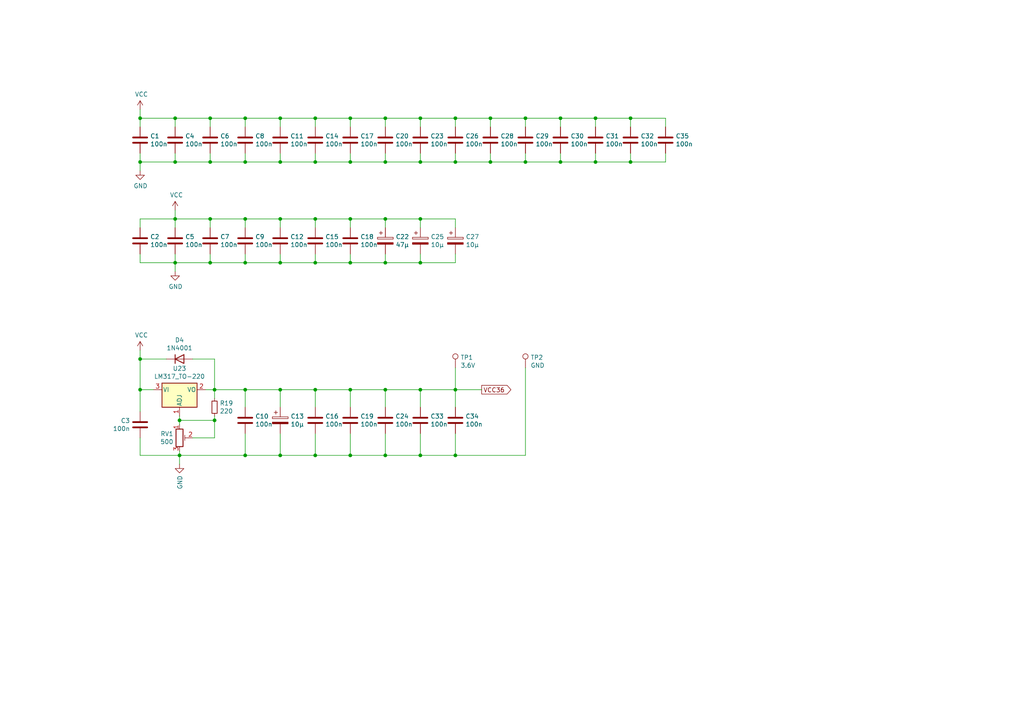
<source format=kicad_sch>
(kicad_sch (version 20230121) (generator eeschema)
  (paper "A4")
  (title_block (title "Mini8086 VGA board") (rev "1.1"))
  (lib_symbols
    (symbol "Connector:TestPoint" (pin_numbers hide) (pin_names (offset 0.762) hide)
      (property "Reference" "TP" (at 0 6.858 0))
      (property "Value" "TestPoint" (at 0 5.08 0))
      (symbol "TestPoint_0_1"
        (circle (center 0 3.302) (radius 0.762))
      )
      (symbol "TestPoint_1_1"
        (pin passive line (at 0 0 90) (length 2.54) (name "1") (number "1"))
      )
    )
    (symbol "Device:C" (pin_numbers hide) (pin_names (offset 0.254))
      (property "Reference" "C" (at 0.635 2.54 0))
      (property "Value" "C" (at 0.635 -2.54 0))
      (symbol "C_0_1"
        (polyline (pts (xy -2.032 -0.762) (xy 2.032 -0.762)) (stroke (width 0.508)))
        (polyline (pts (xy -2.032 0.762) (xy 2.032 0.762)) (stroke (width 0.508)))
      )
      (symbol "C_1_1"
        (pin passive line (at 0 3.81 270) (length 2.794) (name "~") (number "1"))
        (pin passive line (at 0 -3.81 90) (length 2.794) (name "~") (number "2"))
      )
    )
    (symbol "Device:R_Small" (pin_numbers hide) (pin_names (offset 0.254) hide)
      (property "Reference" "R" (at 0.762 0.508 0))
      (property "Value" "R_Small" (at 0.762 -1.016 0))
      (symbol "R_Small_0_1"
        (rectangle (start -0.762 1.778) (end 0.762 -1.778) (stroke (width 0.2032)))
      )
      (symbol "R_Small_1_1"
        (pin passive line (at 0 2.54 270) (length 0.762) (name "~") (number "1"))
        (pin passive line (at 0 -2.54 90) (length 0.762) (name "~") (number "2"))
      )
    )
    (symbol "Diode:1N4001" (pin_numbers hide) (pin_names hide)
      (property "Reference" "D" (at 0 2.54 0))
      (property "Value" "1N4001" (at 0 -2.54 0))
      (symbol "1N4001_0_1"
        (polyline (pts (xy -1.27 1.27) (xy -1.27 -1.27)) (stroke (width 0.254)))
        (polyline (pts (xy 1.27 0) (xy -1.27 0)))
        (polyline (pts (xy 1.27 1.27) (xy 1.27 -1.27) (xy -1.27 0) (xy 1.27 1.27)) (stroke (width 0.254)))
      )
      (symbol "1N4001_1_1"
        (pin passive line (at -3.81 0 0) (length 2.54) (name "K") (number "1"))
        (pin passive line (at 3.81 0 180) (length 2.54) (name "A") (number "2"))
      )
    )
    (symbol "Regulator_Linear:LM317_TO-220" (pin_names (offset 0.254))
      (property "Reference" "U" (at -3.81 3.175 0))
      (property "Value" "LM317_TO-220" (at 0 3.175 0))
      (symbol "LM317_TO-220_0_1"
        (rectangle (start -5.08 1.905) (end 5.08 -5.08) (stroke (width 0.254)) (fill (type background)))
      )
      (symbol "LM317_TO-220_1_1"
        (pin input line (at 0 -7.62 90) (length 2.54) (name "ADJ") (number "1"))
        (pin power_out line (at 7.62 0 180) (length 2.54) (name "VO") (number "2"))
        (pin power_in line (at -7.62 0 0) (length 2.54) (name "VI") (number "3"))
      )
    )
    (symbol "power:GND" (power) (pin_names (offset 0))
      (property "Value" "GND" (at 0 -3.81 0))
      (symbol "GND_0_1"
        (polyline (pts (xy 0 0) (xy 0 -1.27) (xy 1.27 -1.27) (xy 0 -2.54) (xy -1.27 -1.27) (xy 0 -1.27)))
      )
      (symbol "GND_1_1"
        (pin power_in line (at 0 0 270) (length 0) hide (name "GND") (number "1"))
      )
    )
    (symbol "power:VCC" (power) (pin_names (offset 0))
      (property "Value" "VCC" (at 0 3.81 0))
      (symbol "VCC_0_1"
        (polyline (pts (xy -0.762 1.27) (xy 0 2.54)))
        (polyline (pts (xy 0 0) (xy 0 2.54)))
        (polyline (pts (xy 0 2.54) (xy 0.762 1.27)))
      )
      (symbol "VCC_1_1"
        (pin power_in line (at 0 0 90) (length 0) hide (name "VCC") (number "1"))
      )
    )
    (symbol "vga-rescue:CP-Device" (pin_numbers hide) (pin_names (offset 0.254))
      (property "Reference" "C" (at 0.635 2.54 0))
      (property "Value" "Device_CP" (at 0.635 -2.54 0))
      (symbol "CP-Device_0_1"
        (rectangle (start -2.286 0.508) (end 2.286 1.016))
        (polyline (pts (xy -1.778 2.286) (xy -0.762 2.286)))
        (polyline (pts (xy -1.27 2.794) (xy -1.27 1.778)))
        (rectangle (start 2.286 -0.508) (end -2.286 -1.016) (fill (type outline)))
      )
      (symbol "CP-Device_1_1"
        (pin passive line (at 0 3.81 270) (length 2.794) (name "~") (number "1"))
        (pin passive line (at 0 -3.81 90) (length 2.794) (name "~") (number "2"))
      )
    )
    (symbol "vga-rescue:R_POT_TRIM-Device" (pin_names (offset 1.016) hide)
      (property "Reference" "RV" (at -4.445 0 90))
      (property "Value" "Device_R_POT_TRIM" (at -2.54 0 90))
      (symbol "R_POT_TRIM-Device_0_1"
        (polyline (pts (xy 1.524 0.762) (xy 1.524 -0.762)))
        (polyline (pts (xy 2.54 0) (xy 1.524 0)))
        (rectangle (start 1.016 2.54) (end -1.016 -2.54) (stroke (width 0.254)))
      )
      (symbol "R_POT_TRIM-Device_1_1"
        (pin passive line (at 0 3.81 270) (length 1.27) (name "1") (number "1"))
        (pin passive line (at 3.81 0 180) (length 1.27) (name "2") (number "2"))
        (pin passive line (at 0 -3.81 90) (length 1.27) (name "3") (number "3"))
      )
    )
  )
  (junction (at 111.76 132.08))
  (junction (at 71.12 34.29))
  (junction (at 101.6 132.08))
  (junction (at 121.92 46.99))
  (junction (at 101.6 63.5))
  (junction (at 172.72 34.29))
  (junction (at 60.96 76.2))
  (junction (at 111.76 76.2))
  (junction (at 40.64 34.29))
  (junction (at 111.76 113.03))
  (junction (at 81.28 46.99))
  (junction (at 142.24 34.29))
  (junction (at 142.24 46.99))
  (junction (at 71.12 76.2))
  (junction (at 101.6 46.99))
  (junction (at 162.56 34.29))
  (junction (at 81.28 132.08))
  (junction (at 172.72 46.99))
  (junction (at 81.28 76.2))
  (junction (at 62.23 121.92))
  (junction (at 81.28 113.03))
  (junction (at 50.8 63.5))
  (junction (at 152.4 46.99))
  (junction (at 81.28 34.29))
  (junction (at 91.44 63.5))
  (junction (at 152.4 34.29))
  (junction (at 50.8 76.2))
  (junction (at 60.96 63.5))
  (junction (at 121.92 63.5))
  (junction (at 182.88 34.29))
  (junction (at 101.6 113.03))
  (junction (at 71.12 132.08))
  (junction (at 91.44 76.2))
  (junction (at 40.64 104.14))
  (junction (at 121.92 34.29))
  (junction (at 50.8 46.99))
  (junction (at 121.92 132.08))
  (junction (at 132.08 113.03))
  (junction (at 132.08 34.29))
  (junction (at 132.08 132.08))
  (junction (at 182.88 46.99))
  (junction (at 40.64 113.03))
  (junction (at 81.28 63.5))
  (junction (at 40.64 46.99))
  (junction (at 71.12 113.03))
  (junction (at 60.96 34.29))
  (junction (at 101.6 34.29))
  (junction (at 71.12 63.5))
  (junction (at 111.76 63.5))
  (junction (at 91.44 113.03))
  (junction (at 132.08 46.99))
  (junction (at 162.56 46.99))
  (junction (at 52.07 132.08))
  (junction (at 62.23 113.03))
  (junction (at 52.07 121.92))
  (junction (at 111.76 34.29))
  (junction (at 60.96 46.99))
  (junction (at 91.44 34.29))
  (junction (at 101.6 76.2))
  (junction (at 111.76 46.99))
  (junction (at 121.92 76.2))
  (junction (at 71.12 46.99))
  (junction (at 50.8 34.29))
  (junction (at 91.44 132.08))
  (junction (at 91.44 46.99))
  (junction (at 121.92 113.03))
  (wire (pts (xy 121.92 125.73) (xy 121.92 132.08)))
  (wire (pts (xy 81.28 46.99) (xy 71.12 46.99)))
  (wire (pts (xy 101.6 66.04) (xy 101.6 63.5)))
  (wire (pts (xy 44.45 113.03) (xy 40.64 113.03)))
  (wire (pts (xy 91.44 36.83) (xy 91.44 34.29)))
  (wire (pts (xy 50.8 34.29) (xy 40.64 34.29)))
  (wire (pts (xy 50.8 36.83) (xy 50.8 34.29)))
  (wire (pts (xy 81.28 132.08) (xy 91.44 132.08)))
  (wire (pts (xy 111.76 125.73) (xy 111.76 132.08)))
  (wire (pts (xy 111.76 34.29) (xy 101.6 34.29)))
  (wire (pts (xy 81.28 66.04) (xy 81.28 63.5)))
  (wire (pts (xy 40.64 76.2) (xy 40.64 73.66)))
  (wire (pts (xy 60.96 36.83) (xy 60.96 34.29)))
  (wire (pts (xy 101.6 73.66) (xy 101.6 76.2)))
  (wire (pts (xy 50.8 76.2) (xy 50.8 73.66)))
  (wire (pts (xy 132.08 63.5) (xy 121.92 63.5)))
  (wire (pts (xy 101.6 113.03) (xy 111.76 113.03)))
  (wire (pts (xy 60.96 76.2) (xy 50.8 76.2)))
  (wire (pts (xy 60.96 44.45) (xy 60.96 46.99)))
  (wire (pts (xy 132.08 76.2) (xy 121.92 76.2)))
  (wire (pts (xy 152.4 44.45) (xy 152.4 46.99)))
  (wire (pts (xy 152.4 132.08) (xy 152.4 106.68)))
  (wire (pts (xy 172.72 36.83) (xy 172.72 34.29)))
  (wire (pts (xy 55.88 127) (xy 62.23 127)))
  (wire (pts (xy 71.12 113.03) (xy 81.28 113.03)))
  (wire (pts (xy 111.76 118.11) (xy 111.76 113.03)))
  (wire (pts (xy 40.64 119.38) (xy 40.64 113.03)))
  (wire (pts (xy 162.56 36.83) (xy 162.56 34.29)))
  (wire (pts (xy 91.44 132.08) (xy 91.44 125.73)))
  (wire (pts (xy 60.96 63.5) (xy 71.12 63.5)))
  (wire (pts (xy 71.12 118.11) (xy 71.12 113.03)))
  (wire (pts (xy 81.28 76.2) (xy 71.12 76.2)))
  (wire (pts (xy 172.72 46.99) (xy 162.56 46.99)))
  (wire (pts (xy 40.64 66.04) (xy 40.64 63.5)))
  (wire (pts (xy 101.6 44.45) (xy 101.6 46.99)))
  (wire (pts (xy 81.28 73.66) (xy 81.28 76.2)))
  (wire (pts (xy 142.24 36.83) (xy 142.24 34.29)))
  (wire (pts (xy 91.44 44.45) (xy 91.44 46.99)))
  (wire (pts (xy 81.28 44.45) (xy 81.28 46.99)))
  (wire (pts (xy 40.64 44.45) (xy 40.64 46.99)))
  (wire (pts (xy 111.76 63.5) (xy 101.6 63.5)))
  (wire (pts (xy 121.92 63.5) (xy 111.76 63.5)))
  (wire (pts (xy 101.6 132.08) (xy 101.6 125.73)))
  (wire (pts (xy 132.08 66.04) (xy 132.08 63.5)))
  (wire (pts (xy 40.64 104.14) (xy 40.64 101.6)))
  (wire (pts (xy 50.8 63.5) (xy 60.96 63.5)))
  (wire (pts (xy 81.28 34.29) (xy 71.12 34.29)))
  (wire (pts (xy 91.44 76.2) (xy 81.28 76.2)))
  (wire (pts (xy 182.88 34.29) (xy 172.72 34.29)))
  (wire (pts (xy 182.88 46.99) (xy 172.72 46.99)))
  (wire (pts (xy 111.76 76.2) (xy 101.6 76.2)))
  (wire (pts (xy 101.6 34.29) (xy 91.44 34.29)))
  (wire (pts (xy 121.92 118.11) (xy 121.92 113.03)))
  (wire (pts (xy 101.6 46.99) (xy 91.44 46.99)))
  (wire (pts (xy 50.8 63.5) (xy 50.8 66.04)))
  (wire (pts (xy 91.44 113.03) (xy 101.6 113.03)))
  (wire (pts (xy 50.8 44.45) (xy 50.8 46.99)))
  (wire (pts (xy 50.8 46.99) (xy 40.64 46.99)))
  (wire (pts (xy 71.12 73.66) (xy 71.12 76.2)))
  (wire (pts (xy 71.12 132.08) (xy 81.28 132.08)))
  (wire (pts (xy 132.08 36.83) (xy 132.08 34.29)))
  (wire (pts (xy 71.12 76.2) (xy 60.96 76.2)))
  (wire (pts (xy 182.88 44.45) (xy 182.88 46.99)))
  (wire (pts (xy 132.08 132.08) (xy 132.08 125.73)))
  (wire (pts (xy 121.92 36.83) (xy 121.92 34.29)))
  (wire (pts (xy 40.64 63.5) (xy 50.8 63.5)))
  (wire (pts (xy 81.28 113.03) (xy 81.28 118.11)))
  (wire (pts (xy 60.96 34.29) (xy 50.8 34.29)))
  (wire (pts (xy 52.07 121.92) (xy 52.07 120.65)))
  (wire (pts (xy 81.28 113.03) (xy 91.44 113.03)))
  (wire (pts (xy 81.28 63.5) (xy 91.44 63.5)))
  (wire (pts (xy 142.24 34.29) (xy 132.08 34.29)))
  (wire (pts (xy 132.08 46.99) (xy 121.92 46.99)))
  (wire (pts (xy 132.08 113.03) (xy 132.08 106.68)))
  (wire (pts (xy 62.23 113.03) (xy 59.69 113.03)))
  (wire (pts (xy 50.8 63.5) (xy 50.8 60.96)))
  (wire (pts (xy 121.92 34.29) (xy 111.76 34.29)))
  (wire (pts (xy 132.08 118.11) (xy 132.08 113.03)))
  (wire (pts (xy 121.92 44.45) (xy 121.92 46.99)))
  (wire (pts (xy 132.08 34.29) (xy 121.92 34.29)))
  (wire (pts (xy 71.12 66.04) (xy 71.12 63.5)))
  (wire (pts (xy 152.4 36.83) (xy 152.4 34.29)))
  (wire (pts (xy 111.76 46.99) (xy 101.6 46.99)))
  (wire (pts (xy 132.08 44.45) (xy 132.08 46.99)))
  (wire (pts (xy 121.92 73.66) (xy 121.92 76.2)))
  (wire (pts (xy 132.08 113.03) (xy 139.7 113.03)))
  (wire (pts (xy 40.64 132.08) (xy 40.64 127)))
  (wire (pts (xy 111.76 44.45) (xy 111.76 46.99)))
  (wire (pts (xy 71.12 46.99) (xy 60.96 46.99)))
  (wire (pts (xy 81.28 132.08) (xy 81.28 125.73)))
  (wire (pts (xy 52.07 123.19) (xy 52.07 121.92)))
  (wire (pts (xy 162.56 46.99) (xy 152.4 46.99)))
  (wire (pts (xy 162.56 34.29) (xy 152.4 34.29)))
  (wire (pts (xy 91.44 46.99) (xy 81.28 46.99)))
  (wire (pts (xy 50.8 76.2) (xy 50.8 78.74)))
  (wire (pts (xy 91.44 63.5) (xy 91.44 66.04)))
  (wire (pts (xy 182.88 36.83) (xy 182.88 34.29)))
  (wire (pts (xy 48.26 104.14) (xy 40.64 104.14)))
  (wire (pts (xy 50.8 76.2) (xy 40.64 76.2)))
  (wire (pts (xy 91.44 118.11) (xy 91.44 113.03)))
  (wire (pts (xy 40.64 46.99) (xy 40.64 49.53)))
  (wire (pts (xy 40.64 31.75) (xy 40.64 34.29)))
  (wire (pts (xy 142.24 44.45) (xy 142.24 46.99)))
  (wire (pts (xy 52.07 134.62) (xy 52.07 132.08)))
  (wire (pts (xy 101.6 132.08) (xy 111.76 132.08)))
  (wire (pts (xy 62.23 115.57) (xy 62.23 113.03)))
  (wire (pts (xy 62.23 104.14) (xy 55.88 104.14)))
  (wire (pts (xy 71.12 36.83) (xy 71.12 34.29)))
  (wire (pts (xy 121.92 46.99) (xy 111.76 46.99)))
  (wire (pts (xy 71.12 63.5) (xy 81.28 63.5)))
  (wire (pts (xy 40.64 34.29) (xy 40.64 36.83)))
  (wire (pts (xy 101.6 34.29) (xy 101.6 36.83)))
  (wire (pts (xy 52.07 132.08) (xy 52.07 130.81)))
  (wire (pts (xy 101.6 118.11) (xy 101.6 113.03)))
  (wire (pts (xy 91.44 34.29) (xy 81.28 34.29)))
  (wire (pts (xy 62.23 113.03) (xy 71.12 113.03)))
  (wire (pts (xy 60.96 66.04) (xy 60.96 63.5)))
  (wire (pts (xy 52.07 132.08) (xy 40.64 132.08)))
  (wire (pts (xy 111.76 66.04) (xy 111.76 63.5)))
  (wire (pts (xy 172.72 34.29) (xy 162.56 34.29)))
  (wire (pts (xy 142.24 46.99) (xy 132.08 46.99)))
  (wire (pts (xy 101.6 76.2) (xy 91.44 76.2)))
  (wire (pts (xy 193.04 34.29) (xy 182.88 34.29)))
  (wire (pts (xy 121.92 132.08) (xy 132.08 132.08)))
  (wire (pts (xy 111.76 113.03) (xy 121.92 113.03)))
  (wire (pts (xy 101.6 63.5) (xy 91.44 63.5)))
  (wire (pts (xy 71.12 132.08) (xy 71.12 125.73)))
  (wire (pts (xy 111.76 73.66) (xy 111.76 76.2)))
  (wire (pts (xy 111.76 132.08) (xy 121.92 132.08)))
  (wire (pts (xy 152.4 34.29) (xy 142.24 34.29)))
  (wire (pts (xy 62.23 127) (xy 62.23 121.92)))
  (wire (pts (xy 71.12 44.45) (xy 71.12 46.99)))
  (wire (pts (xy 52.07 132.08) (xy 71.12 132.08)))
  (wire (pts (xy 121.92 76.2) (xy 111.76 76.2)))
  (wire (pts (xy 60.96 73.66) (xy 60.96 76.2)))
  (wire (pts (xy 60.96 46.99) (xy 50.8 46.99)))
  (wire (pts (xy 71.12 34.29) (xy 60.96 34.29)))
  (wire (pts (xy 193.04 46.99) (xy 182.88 46.99)))
  (wire (pts (xy 91.44 132.08) (xy 101.6 132.08)))
  (wire (pts (xy 40.64 113.03) (xy 40.64 104.14)))
  (wire (pts (xy 81.28 36.83) (xy 81.28 34.29)))
  (wire (pts (xy 162.56 44.45) (xy 162.56 46.99)))
  (wire (pts (xy 172.72 44.45) (xy 172.72 46.99)))
  (wire (pts (xy 193.04 44.45) (xy 193.04 46.99)))
  (wire (pts (xy 52.07 121.92) (xy 62.23 121.92)))
  (wire (pts (xy 62.23 113.03) (xy 62.23 104.14)))
  (wire (pts (xy 132.08 73.66) (xy 132.08 76.2)))
  (wire (pts (xy 111.76 36.83) (xy 111.76 34.29)))
  (wire (pts (xy 121.92 66.04) (xy 121.92 63.5)))
  (wire (pts (xy 152.4 46.99) (xy 142.24 46.99)))
  (wire (pts (xy 193.04 36.83) (xy 193.04 34.29)))
  (wire (pts (xy 121.92 113.03) (xy 132.08 113.03)))
  (wire (pts (xy 132.08 132.08) (xy 152.4 132.08)))
  (wire (pts (xy 91.44 73.66) (xy 91.44 76.2)))
  (wire (pts (xy 62.23 121.92) (xy 62.23 120.65)))
  (global_label "VCC36" (shape output) (at 139.7 113.03 0) (property "Intersheetrefs" "${INTERSHEET_REFS}" (effects hide)))
  (symbol (lib_id "Connector:TestPoint") (at 132.08 106.68 0) (unit 1)
    (property "Reference" "TP1" (at 133.5532 103.6828 0) (effects (justify left)))
    (property "Value" "3.6V" (at 133.5532 105.9942 0) (effects (justify left)))
    (property "Footprint" "TestPoint:TestPoint_Pad_D1.5mm" (effects hide))
  )
  (symbol (lib_id "Device:C") (at 121.92 121.92 0) (unit 1)
    (property "Reference" "C33" (at 124.841 120.7516 0) (effects (justify left)))
    (property "Value" "100n" (at 124.841 123.063 0) (effects (justify left)))
    (property "Footprint" "Capacitor_SMD:C_1206_3216Metric" (effects hide))
    (instances (project "vga" (path "" (reference "C33") (unit 1)) (path "" (reference "C?") (unit 1))))
  )
  (symbol (lib_id "Device:C") (at 132.08 121.92 0) (unit 1)
    (property "Reference" "C34" (at 135.001 120.7516 0) (effects (justify left)))
    (property "Value" "100n" (at 135.001 123.063 0) (effects (justify left)))
    (property "Footprint" "Capacitor_SMD:C_1206_3216Metric" (effects hide))
    (instances (project "vga" (path "" (reference "C34") (unit 1)) (path "" (reference "C?") (unit 1))))
  )
  (symbol (lib_id "Device:C") (at 40.64 40.64 0) (unit 1)
    (property "Reference" "C1" (at 43.561 39.4716 0) (effects (justify left)))
    (property "Value" "100n" (at 43.561 41.783 0) (effects (justify left)))
    (property "Footprint" "Capacitor_THT:C_Disc_D4.3mm_W1.9mm_P5.00mm" (effects hide))
    (instances (project "vga" (path "" (reference "C1") (unit 1)) (path "" (reference "C?") (unit 1))))
  )
  (symbol (lib_id "Device:C") (at 50.8 40.64 0) (unit 1)
    (property "Reference" "C4" (at 53.721 39.4716 0) (effects (justify left)))
    (property "Value" "100n" (at 53.721 41.783 0) (effects (justify left)))
    (property "Footprint" "Capacitor_THT:C_Disc_D4.3mm_W1.9mm_P5.00mm" (effects hide))
    (instances (project "vga" (path "" (reference "C4") (unit 1)) (path "" (reference "C?") (unit 1))))
  )
  (symbol (lib_id "Device:C") (at 60.96 40.64 0) (unit 1)
    (property "Reference" "C6" (at 63.881 39.4716 0) (effects (justify left)))
    (property "Value" "100n" (at 63.881 41.783 0) (effects (justify left)))
    (property "Footprint" "Capacitor_THT:C_Disc_D4.3mm_W1.9mm_P5.00mm" (effects hide))
    (instances (project "vga" (path "" (reference "C6") (unit 1)) (path "" (reference "C?") (unit 1))))
  )
  (symbol (lib_id "Device:C") (at 71.12 40.64 0) (unit 1)
    (property "Reference" "C8" (at 74.041 39.4716 0) (effects (justify left)))
    (property "Value" "100n" (at 74.041 41.783 0) (effects (justify left)))
    (property "Footprint" "Capacitor_THT:C_Disc_D4.3mm_W1.9mm_P5.00mm" (effects hide))
    (instances (project "vga" (path "" (reference "C8") (unit 1)) (path "" (reference "C?") (unit 1))))
  )
  (symbol (lib_id "Device:C") (at 81.28 40.64 0) (unit 1)
    (property "Reference" "C11" (at 84.201 39.4716 0) (effects (justify left)))
    (property "Value" "100n" (at 84.201 41.783 0) (effects (justify left)))
    (property "Footprint" "Capacitor_THT:C_Disc_D4.3mm_W1.9mm_P5.00mm" (effects hide))
    (instances (project "vga" (path "" (reference "C11") (unit 1)) (path "" (reference "C?") (unit 1))))
  )
  (symbol (lib_id "Device:C") (at 91.44 40.64 0) (unit 1)
    (property "Reference" "C14" (at 94.361 39.4716 0) (effects (justify left)))
    (property "Value" "100n" (at 94.361 41.783 0) (effects (justify left)))
    (property "Footprint" "Capacitor_THT:C_Disc_D4.3mm_W1.9mm_P5.00mm" (effects hide))
    (instances (project "vga" (path "" (reference "C14") (unit 1)) (path "" (reference "C?") (unit 1))))
  )
  (symbol (lib_id "Device:C") (at 101.6 40.64 0) (unit 1)
    (property "Reference" "C17" (at 104.521 39.4716 0) (effects (justify left)))
    (property "Value" "100n" (at 104.521 41.783 0) (effects (justify left)))
    (property "Footprint" "Capacitor_THT:C_Disc_D4.3mm_W1.9mm_P5.00mm" (effects hide))
    (instances (project "vga" (path "" (reference "C17") (unit 1)) (path "" (reference "C?") (unit 1))))
  )
  (symbol (lib_id "Device:C") (at 111.76 40.64 0) (unit 1)
    (property "Reference" "C20" (at 114.681 39.4716 0) (effects (justify left)))
    (property "Value" "100n" (at 114.681 41.783 0) (effects (justify left)))
    (property "Footprint" "Capacitor_SMD:C_1206_3216Metric" (effects hide))
    (instances (project "vga" (path "" (reference "C20") (unit 1)) (path "" (reference "C?") (unit 1))))
  )
  (symbol (lib_id "Device:C") (at 121.92 40.64 0) (unit 1)
    (property "Reference" "C23" (at 124.841 39.4716 0) (effects (justify left)))
    (property "Value" "100n" (at 124.841 41.783 0) (effects (justify left)))
    (property "Footprint" "Capacitor_THT:C_Disc_D4.3mm_W1.9mm_P5.00mm" (effects hide))
    (instances (project "vga" (path "" (reference "C23") (unit 1)) (path "" (reference "C?") (unit 1))))
  )
  (symbol (lib_id "Device:C") (at 132.08 40.64 0) (unit 1)
    (property "Reference" "C26" (at 135.001 39.4716 0) (effects (justify left)))
    (property "Value" "100n" (at 135.001 41.783 0) (effects (justify left)))
    (property "Footprint" "Capacitor_THT:C_Disc_D4.3mm_W1.9mm_P5.00mm" (effects hide))
    (instances (project "vga" (path "" (reference "C26") (unit 1)) (path "" (reference "C?") (unit 1))))
  )
  (symbol (lib_id "Device:C") (at 142.24 40.64 0) (unit 1)
    (property "Reference" "C28" (at 145.161 39.4716 0) (effects (justify left)))
    (property "Value" "100n" (at 145.161 41.783 0) (effects (justify left)))
    (property "Footprint" "Capacitor_SMD:C_1206_3216Metric" (effects hide))
    (instances (project "vga" (path "" (reference "C28") (unit 1)) (path "" (reference "C?") (unit 1))))
  )
  (symbol (lib_id "Device:C") (at 152.4 40.64 0) (unit 1)
    (property "Reference" "C29" (at 155.321 39.4716 0) (effects (justify left)))
    (property "Value" "100n" (at 155.321 41.783 0) (effects (justify left)))
    (property "Footprint" "Capacitor_THT:C_Disc_D4.3mm_W1.9mm_P5.00mm" (effects hide))
    (instances (project "vga" (path "" (reference "C29") (unit 1)) (path "" (reference "C?") (unit 1))))
  )
  (symbol (lib_id "Device:C") (at 162.56 40.64 0) (unit 1)
    (property "Reference" "C30" (at 165.481 39.4716 0) (effects (justify left)))
    (property "Value" "100n" (at 165.481 41.783 0) (effects (justify left)))
    (property "Footprint" "Capacitor_THT:C_Disc_D4.3mm_W1.9mm_P5.00mm" (effects hide))
    (instances (project "vga" (path "" (reference "C30") (unit 1)) (path "" (reference "C?") (unit 1))))
  )
  (symbol (lib_id "Device:C") (at 172.72 40.64 0) (unit 1)
    (property "Reference" "C31" (at 175.641 39.4716 0) (effects (justify left)))
    (property "Value" "100n" (at 175.641 41.783 0) (effects (justify left)))
    (property "Footprint" "Capacitor_THT:C_Disc_D4.3mm_W1.9mm_P5.00mm" (effects hide))
    (instances (project "vga" (path "" (reference "C31") (unit 1)) (path "" (reference "C?") (unit 1))))
  )
  (symbol (lib_id "Device:C") (at 182.88 40.64 0) (unit 1)
    (property "Reference" "C32" (at 185.801 39.4716 0) (effects (justify left)))
    (property "Value" "100n" (at 185.801 41.783 0) (effects (justify left)))
    (property "Footprint" "Capacitor_THT:C_Disc_D4.3mm_W1.9mm_P5.00mm" (effects hide))
    (instances (project "vga" (path "" (reference "C32") (unit 1)) (path "" (reference "C?") (unit 1))))
  )
  (symbol (lib_id "power:VCC") (at 40.64 31.75 0) (unit 1)
    (property "Reference" "#PWR012" (effects hide))
    (property "Value" "VCC" (at 41.021 27.3558 0))
    (instances (project "vga" (path "" (reference "#PWR012") (unit 1)) (path "" (reference "#PWR?") (unit 1))))
  )
  (symbol (lib_id "power:GND") (at 40.64 49.53 0) (unit 1)
    (property "Reference" "#PWR013" (effects hide))
    (property "Value" "GND" (at 40.767 53.9242 0))
    (instances (project "vga" (path "" (reference "#PWR013") (unit 1)) (path "" (reference "#PWR?") (unit 1))))
  )
  (symbol (lib_id "Device:C") (at 50.8 69.85 0) (unit 1)
    (property "Reference" "C5" (at 53.721 68.6816 0) (effects (justify left)))
    (property "Value" "100n" (at 53.721 70.993 0) (effects (justify left)))
    (property "Footprint" "Capacitor_SMD:C_1206_3216Metric" (effects hide))
    (instances (project "vga" (path "" (reference "C5") (unit 1)) (path "" (reference "C?") (unit 1))))
  )
  (symbol (lib_id "Device:C") (at 60.96 69.85 0) (unit 1)
    (property "Reference" "C7" (at 63.881 68.6816 0) (effects (justify left)))
    (property "Value" "100n" (at 63.881 70.993 0) (effects (justify left)))
    (property "Footprint" "Capacitor_THT:C_Disc_D4.3mm_W1.9mm_P5.00mm" (effects hide))
    (instances (project "vga" (path "" (reference "C7") (unit 1)) (path "" (reference "C?") (unit 1))))
  )
  (symbol (lib_id "Device:C") (at 71.12 69.85 0) (unit 1)
    (property "Reference" "C9" (at 74.041 68.6816 0) (effects (justify left)))
    (property "Value" "100n" (at 74.041 70.993 0) (effects (justify left)))
    (property "Footprint" "Capacitor_THT:C_Disc_D4.3mm_W1.9mm_P5.00mm" (effects hide))
    (instances (project "vga" (path "" (reference "C9") (unit 1)) (path "" (reference "C?") (unit 1))))
  )
  (symbol (lib_id "Device:C") (at 81.28 69.85 0) (unit 1)
    (property "Reference" "C12" (at 84.201 68.6816 0) (effects (justify left)))
    (property "Value" "100n" (at 84.201 70.993 0) (effects (justify left)))
    (property "Footprint" "Capacitor_SMD:C_1206_3216Metric" (effects hide))
    (instances (project "vga" (path "" (reference "C12") (unit 1)) (path "" (reference "C?") (unit 1))))
  )
  (symbol (lib_id "Device:C") (at 91.44 69.85 0) (unit 1)
    (property "Reference" "C15" (at 94.361 68.6816 0) (effects (justify left)))
    (property "Value" "100n" (at 94.361 70.993 0) (effects (justify left)))
    (property "Footprint" "Capacitor_SMD:C_1206_3216Metric" (effects hide))
    (instances (project "vga" (path "" (reference "C15") (unit 1)) (path "" (reference "C?") (unit 1))))
  )
  (symbol (lib_id "power:GND") (at 50.8 78.74 0) (unit 1)
    (property "Reference" "#PWR016" (effects hide))
    (property "Value" "GND" (at 50.927 83.1342 0))
    (instances (project "vga" (path "" (reference "#PWR016") (unit 1)) (path "" (reference "#PWR?") (unit 1))))
  )
  (symbol (lib_id "power:VCC") (at 50.8 60.96 0) (unit 1)
    (property "Reference" "#PWR015" (effects hide))
    (property "Value" "VCC" (at 51.181 56.5658 0))
    (instances (project "vga" (path "" (reference "#PWR015") (unit 1)) (path "" (reference "#PWR?") (unit 1))))
  )
  (symbol (lib_id "Device:C") (at 101.6 69.85 0) (unit 1)
    (property "Reference" "C18" (at 104.521 68.6816 0) (effects (justify left)))
    (property "Value" "100n" (at 104.521 70.993 0) (effects (justify left)))
    (property "Footprint" "Capacitor_SMD:C_1206_3216Metric" (effects hide))
    (instances (project "vga" (path "" (reference "C18") (unit 1)) (path "" (reference "C?") (unit 1))))
  )
  (symbol (lib_id "vga-rescue:CP-Device") (at 111.76 69.85 0) (unit 1)
    (property "Reference" "C22" (at 114.7572 68.6816 0) (effects (justify left)))
    (property "Value" "47µ" (at 114.7572 70.993 0) (effects (justify left)))
    (property "Footprint" "Capacitor_THT:CP_Radial_D5.0mm_P2.50mm" (effects hide))
    (instances (project "vga" (path "" (reference "C22") (unit 1)) (path "" (reference "C?") (unit 1))))
  )
  (symbol (lib_id "vga-rescue:CP-Device") (at 121.92 69.85 0) (unit 1)
    (property "Reference" "C25" (at 124.9172 68.6816 0) (effects (justify left)))
    (property "Value" "10µ" (at 124.9172 70.993 0) (effects (justify left)))
    (property "Footprint" "Capacitor_THT:CP_Radial_D5.0mm_P2.50mm" (effects hide))
    (instances (project "vga" (path "" (reference "C25") (unit 1)) (path "" (reference "C?") (unit 1))))
  )
  (symbol (lib_id "vga-rescue:CP-Device") (at 132.08 69.85 0) (unit 1)
    (property "Reference" "C27" (at 135.0772 68.6816 0) (effects (justify left)))
    (property "Value" "10µ" (at 135.0772 70.993 0) (effects (justify left)))
    (property "Footprint" "Capacitor_THT:CP_Radial_D5.0mm_P2.50mm" (effects hide))
    (instances (project "vga" (path "" (reference "C27") (unit 1)) (path "" (reference "C?") (unit 1))))
  )
  (symbol (lib_id "Device:C") (at 40.64 69.85 0) (unit 1)
    (property "Reference" "C2" (at 43.561 68.6816 0) (effects (justify left)))
    (property "Value" "100n" (at 43.561 70.993 0) (effects (justify left)))
    (property "Footprint" "Capacitor_THT:C_Disc_D4.3mm_W1.9mm_P5.00mm" (effects hide))
    (instances (project "vga" (path "" (reference "C2") (unit 1)) (path "" (reference "C?") (unit 1))))
  )
  (symbol (lib_id "Regulator_Linear:LM317_TO-220") (at 52.07 113.03 0) (unit 1)
    (property "Reference" "U23" (at 52.07 106.8832 0))
    (property "Value" "LM317_TO-220" (at 52.07 109.1946 0))
    (property "Footprint" "Package_TO_SOT_THT:TO-220-3_Vertical" (effects hide))
    (property "Datasheet" "http://www.ti.com/lit/ds/symlink/lm317.pdf" (effects hide))
  )
  (symbol (lib_id "Device:C") (at 71.12 121.92 0) (unit 1)
    (property "Reference" "C10" (at 74.041 120.7516 0) (effects (justify left)))
    (property "Value" "100n" (at 74.041 123.063 0) (effects (justify left)))
    (property "Footprint" "Capacitor_THT:C_Disc_D4.3mm_W1.9mm_P5.00mm" (effects hide))
    (instances (project "vga" (path "" (reference "C10") (unit 1)) (path "" (reference "C?") (unit 1))))
  )
  (symbol (lib_id "vga-rescue:CP-Device") (at 81.28 121.92 0) (unit 1)
    (property "Reference" "C13" (at 84.2772 120.7516 0) (effects (justify left)))
    (property "Value" "10µ" (at 84.2772 123.063 0) (effects (justify left)))
    (property "Footprint" "Capacitor_THT:CP_Radial_D5.0mm_P2.50mm" (effects hide))
  )
  (symbol (lib_id "power:GND") (at 52.07 134.62 0) (unit 1)
    (property "Reference" "#PWR078" (effects hide))
    (property "Value" "GND" (at 52.197 137.8712 90) (effects (justify right)))
  )
  (symbol (lib_id "power:VCC") (at 40.64 101.6 0) (unit 1)
    (property "Reference" "#PWR014" (effects hide))
    (property "Value" "VCC" (at 41.021 97.2058 0))
  )
  (symbol (lib_id "vga-rescue:R_POT_TRIM-Device") (at 52.07 127 0) (unit 1)
    (property "Reference" "RV1" (at 50.3174 125.8316 0) (effects (justify right)))
    (property "Value" "500" (at 50.3174 128.143 0) (effects (justify right)))
    (property "Footprint" "Potentiometer_THT:Potentiometer_Runtron_RM-065_Vertical" (effects hide))
  )
  (symbol (lib_id "Device:R_Small") (at 62.23 118.11 0) (unit 1)
    (property "Reference" "R19" (at 63.7286 116.9416 0) (effects (justify left)))
    (property "Value" "220" (at 63.7286 119.253 0) (effects (justify left)))
    (property "Footprint" "Resistor_THT:R_Axial_DIN0207_L6.3mm_D2.5mm_P2.54mm_Vertical" (effects hide))
  )
  (symbol (lib_id "Device:C") (at 40.64 123.19 0) (mirror y) (unit 1)
    (property "Reference" "C3" (at 37.719 122.0216 0) (effects (justify left)))
    (property "Value" "100n" (at 37.719 124.333 0) (effects (justify left)))
    (property "Footprint" "Capacitor_THT:C_Disc_D4.3mm_W1.9mm_P5.00mm" (effects hide))
    (instances (project "vga" (path "" (reference "C3") (unit 1)) (path "" (reference "C?") (unit 1))))
  )
  (symbol (lib_id "Device:C") (at 91.44 121.92 0) (unit 1)
    (property "Reference" "C16" (at 94.361 120.7516 0) (effects (justify left)))
    (property "Value" "100n" (at 94.361 123.063 0) (effects (justify left)))
    (property "Footprint" "Capacitor_SMD:C_1206_3216Metric" (effects hide))
    (instances (project "vga" (path "" (reference "C16") (unit 1)) (path "" (reference "C?") (unit 1))))
  )
  (symbol (lib_id "Device:C") (at 101.6 121.92 0) (unit 1)
    (property "Reference" "C19" (at 104.521 120.7516 0) (effects (justify left)))
    (property "Value" "100n" (at 104.521 123.063 0) (effects (justify left)))
    (property "Footprint" "Capacitor_SMD:C_1206_3216Metric" (effects hide))
    (instances (project "vga" (path "" (reference "C19") (unit 1)) (path "" (reference "C?") (unit 1))))
  )
  (symbol (lib_id "Device:C") (at 111.76 121.92 0) (unit 1)
    (property "Reference" "C24" (at 114.681 120.7516 0) (effects (justify left)))
    (property "Value" "100n" (at 114.681 123.063 0) (effects (justify left)))
    (property "Footprint" "Capacitor_SMD:C_1206_3216Metric" (effects hide))
    (instances (project "vga" (path "" (reference "C24") (unit 1)) (path "" (reference "C?") (unit 1))))
  )
  (symbol (lib_id "Device:C") (at 193.04 40.64 0) (unit 1)
    (property "Reference" "C35" (at 195.961 39.4716 0) (effects (justify left)))
    (property "Value" "100n" (at 195.961 41.783 0) (effects (justify left)))
    (property "Footprint" "Capacitor_SMD:C_1206_3216Metric" (effects hide))
    (instances (project "vga" (path "" (reference "C35") (unit 1)) (path "" (reference "C?") (unit 1))))
  )
  (symbol (lib_id "Connector:TestPoint") (at 152.4 106.68 0) (unit 1)
    (property "Reference" "TP2" (at 153.8732 103.6828 0) (effects (justify left)))
    (property "Value" "GND" (at 153.8732 105.9942 0) (effects (justify left)))
    (property "Footprint" "TestPoint:TestPoint_Pad_D1.5mm" (effects hide))
  )
  (symbol (lib_id "Diode:1N4001") (at 52.07 104.14 0) (unit 1)
    (property "Reference" "D4" (at 52.07 98.6282 0))
    (property "Value" "1N4001" (at 52.07 100.9396 0))
    (property "Footprint" "Diode_THT:D_DO-41_SOD81_P10.16mm_Horizontal" (effects hide))
    (property "Datasheet" "http://www.vishay.com/docs/88503/1n4001.pdf" (effects hide))
  )
)
</source>
